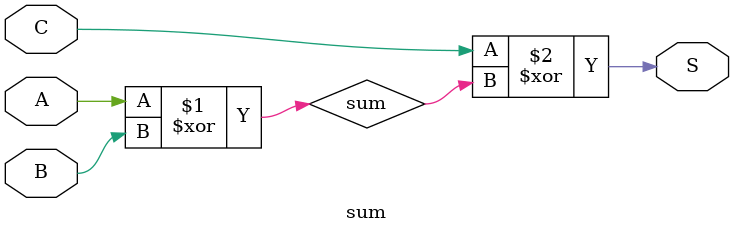
<source format=v>
module sum(A, B, C, S);
    input A, B, C;
    output S;

    wire sum;

    xor x1(sum, A, B);
    xor x2(S, C, sum);

endmodule
</source>
